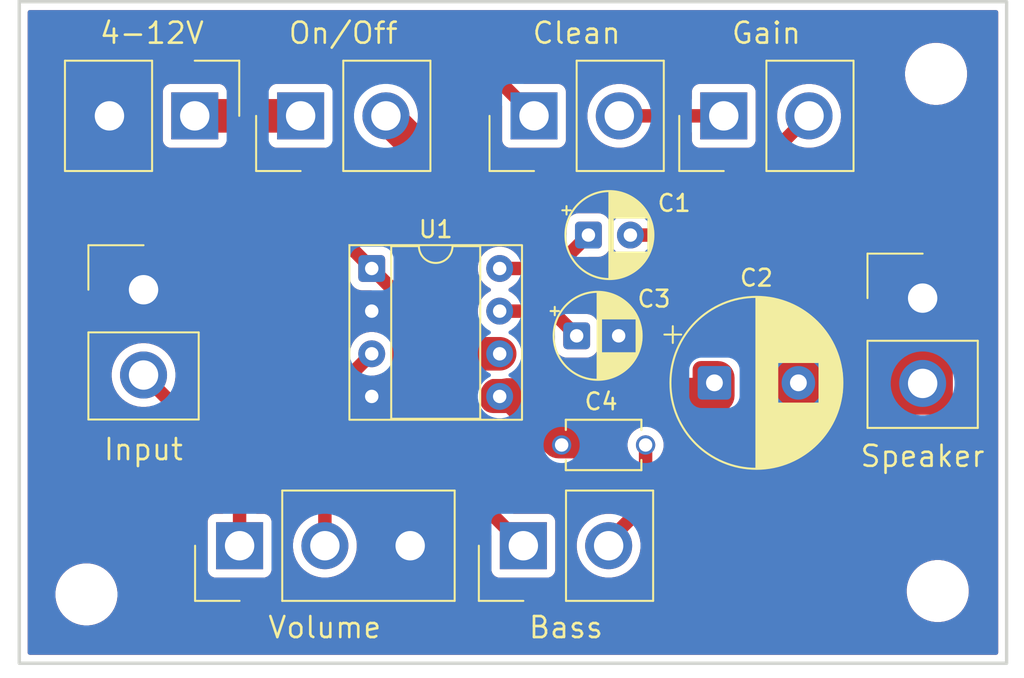
<source format=kicad_pcb>
(kicad_pcb (version 20241229) (generator "pcbnew") (generator_version "9.0")
  (title_block (title "HogAmp by Tyler Ramsawak") (date "2025-11-30"))
  (layers (0 "F.Cu" signal) (2 "B.Cu" signal) (13 "F.Paste" user) (15 "B.Paste" user) (5 "F.SilkS" user "F.Silkscreen") (7 "B.SilkS" user "B.Silkscreen") (1 "F.Mask" user) (3 "B.Mask" user) (25 "Edge.Cuts" user))
  (net 0 "")
  (net 1 "GND")
  (net 2 "Net-(BT1-+)")
  (net 3 "Net-(J4-Pin_2)")
  (net 4 "Net-(C1-Pad1)")
  (net 5 "Net-(J6-Pin_2)")
  (net 6 "Net-(C2-Pad1)")
  (net 7 "Net-(U1-BYPASS)")
  (net 8 "Net-(J5-Pin_2)")
  (net 9 "Net-(J2-Pin_2)")
  (net 10 "Net-(J3-Pin_1)")
  (net 11 "Net-(J3-Pin_2)")
  (net 12 "Net-(J7-Pin_2)")
  (net 13 "+9V")
  (footprint "Capacitor_THT:CP_Radial_D10.0mm_P5.00mm" (layer "F.Cu") (at 159.4 143.9)
    (property "Reference" "C2" (at 2.5 -6.25 0) (layer "F.SilkS"))
    (property "Value" "1000uF")
    (pad "1" thru_hole roundrect (at 0 0) (size 2 2) (drill 1) (layers "*.Cu" "*.Mask") (roundrect_rratio 0.125) (net 6 "Net-(C2-Pad1)"))
    (pad "2" thru_hole circle (at 5 0) (size 2 2) (drill 1) (layers "*.Cu" "*.Mask") (net 5 "Net-(J6-Pin_2)"))
  )
  (footprint "MountingHole:MountingHole_3.2mm_M3" (layer "F.Cu") (at 172.6 125.5)
    (property "Reference" "H1" (hide yes))
    (property "Value" "MountingHole")
    (pad "" np_thru_hole circle (at 0 0) (size 3.2 3.2) (drill 3.2) (layers "*.Cu" "*.Mask"))
  )
  (footprint "Connector_Samtec_HPM_THT:Samtec_HPM-02-05-x-S_Straight_1x02_Pitch5.08mm" (layer "F.Cu") (at 148.655 128 90)
    (property "Reference" "J3" (hide yes))
    (property "Value" "Crunch")
    (pad "1" thru_hole rect (at 0 0 90) (size 2.8 2.8) (drill 1.75) (layers "*.Cu" "*.Mask") (net 10 "Net-(J3-Pin_1)"))
    (pad "2" thru_hole circle (at 0 5.08 90) (size 2.8 2.8) (drill 1.75) (layers "*.Cu" "*.Mask") (net 11 "Net-(J3-Pin_2)"))
  )
  (footprint "Connector_Samtec_HPM_THT:Samtec_HPM-02-05-x-S_Straight_1x02_Pitch5.08mm" (layer "F.Cu") (at 128.449613 128 -90)
    (property "Reference" "BT1" (hide yes))
    (property "Value" "9V")
    (pad "1" thru_hole rect (at 0 0 270) (size 2.8 2.8) (drill 1.75) (layers "*.Cu" "*.Mask") (net 2 "Net-(BT1-+)"))
    (pad "2" thru_hole circle (at 0 5.08 270) (size 2.8 2.8) (drill 1.75) (layers "*.Cu" "*.Mask") (net 1 "GND"))
  )
  (footprint "Connector_Samtec_HPM_THT:Samtec_HPM-03-01-x-S_Straight_1x03_Pitch5.08mm" (layer "F.Cu") (at 131.12 153.6 90)
    (property "Reference" "J7" (hide yes))
    (property "Value" "Volume")
    (pad "1" thru_hole rect (at 0 0 90) (size 2.8 2.8) (drill 1.75) (layers "*.Cu" "*.Mask") (net 9 "Net-(J2-Pin_2)"))
    (pad "2" thru_hole circle (at 0 5.08 90) (size 2.8 2.8) (drill 1.75) (layers "*.Cu" "*.Mask") (net 12 "Net-(J7-Pin_2)"))
    (pad "3" thru_hole circle (at 0 10.16 90) (size 2.8 2.8) (drill 1.75) (layers "*.Cu" "*.Mask") (net 1 "GND"))
  )
  (footprint "MountingHole:MountingHole_3.2mm_M3" (layer "F.Cu") (at 172.7 156.3)
    (property "Reference" "H3" (hide yes))
    (property "Value" "MountingHole")
    (pad "" np_thru_hole circle (at 0 0) (size 3.2 3.2) (drill 3.2) (layers "*.Cu" "*.Mask"))
  )
  (footprint "Connector_Samtec_HPM_THT:Samtec_HPM-02-05-x-S_Straight_1x02_Pitch5.08mm" (layer "F.Cu") (at 148.02 153.6 90)
    (property "Reference" "J5" (hide yes))
    (property "Value" "Bass")
    (pad "1" thru_hole rect (at 0 0 90) (size 2.8 2.8) (drill 1.75) (layers "*.Cu" "*.Mask") (net 10 "Net-(J3-Pin_1)"))
    (pad "2" thru_hole circle (at 0 5.08 90) (size 2.8 2.8) (drill 1.75) (layers "*.Cu" "*.Mask") (net 8 "Net-(J5-Pin_2)"))
  )
  (footprint "Connector_Samtec_HPM_THT:Samtec_HPM-02-05-x-S_Straight_1x02_Pitch5.08mm" (layer "F.Cu") (at 134.755 128 90)
    (property "Reference" "J1" (hide yes))
    (property "Value" "Power")
    (pad "1" thru_hole rect (at 0 0 90) (size 2.8 2.8) (drill 1.75) (layers "*.Cu" "*.Mask") (net 2 "Net-(BT1-+)"))
    (pad "2" thru_hole circle (at 0 5.08 90) (size 2.8 2.8) (drill 1.75) (layers "*.Cu" "*.Mask") (net 13 "+9V"))
  )
  (footprint "Capacitor_THT:CP_Radial_D5.0mm_P2.50mm" (layer "F.Cu") (at 151.194888 141.1)
    (property "Reference" "C3" (at 4.605112 -2.2 0) (layer "F.SilkS"))
    (property "Value" "10uF")
    (pad "1" thru_hole roundrect (at 0 0) (size 1.6 1.6) (drill 0.8) (layers "*.Cu" "*.Mask") (roundrect_rratio 0.15625) (net 7 "Net-(U1-BYPASS)"))
    (pad "2" thru_hole circle (at 2.5 0) (size 1.6 1.6) (drill 0.8) (layers "*.Cu" "*.Mask") (net 1 "GND"))
  )
  (footprint "Connector_Samtec_HPM_THT:Samtec_HPM-02-05-x-S_Straight_1x02_Pitch5.08mm" (layer "F.Cu") (at 171.8 138.855)
    (property "Reference" "J6" (hide yes))
    (property "Value" "Speaker")
    (pad "1" thru_hole rect (at 0 0) (size 2.8 2.8) (drill 1.75) (layers "*.Cu" "*.Mask") (net 1 "GND"))
    (pad "2" thru_hole circle (at 0 5.08) (size 2.8 2.8) (drill 1.75) (layers "*.Cu" "*.Mask") (net 5 "Net-(J6-Pin_2)"))
  )
  (footprint "Capacitor_THT:CP_Radial_D5.0mm_P2.50mm" (layer "F.Cu") (at 151.894888 135.1)
    (property "Reference" "C1" (at 5.105112 -1.9 0) (layer "F.SilkS"))
    (property "Value" "10uF")
    (pad "1" thru_hole roundrect (at 0 0) (size 1.6 1.6) (drill 0.8) (layers "*.Cu" "*.Mask") (roundrect_rratio 0.15625) (net 4 "Net-(C1-Pad1)"))
    (pad "2" thru_hole circle (at 2.5 0) (size 1.6 1.6) (drill 0.8) (layers "*.Cu" "*.Mask") (net 3 "Net-(J4-Pin_2)"))
  )
  (footprint "Package_DIP:DIP-8_W7.62mm_Socket" (layer "F.Cu") (at 138.99 137.09)
    (property "Reference" "U1" (at 3.81 -2.33 0) (layer "F.SilkS"))
    (property "Value" "LM386")
    (pad "1" thru_hole roundrect (at 0 0) (size 1.6 1.6) (drill 0.8) (layers "*.Cu" "*.Mask") (roundrect_rratio 0.15625) (net 10 "Net-(J3-Pin_1)"))
    (pad "2" thru_hole circle (at 0 2.54) (size 1.6 1.6) (drill 0.8) (layers "*.Cu" "*.Mask") (net 1 "GND"))
    (pad "3" thru_hole circle (at 0 5.08) (size 1.6 1.6) (drill 0.8) (layers "*.Cu" "*.Mask") (net 12 "Net-(J7-Pin_2)"))
    (pad "4" thru_hole circle (at 0 7.62) (size 1.6 1.6) (drill 0.8) (layers "*.Cu" "*.Mask") (net 1 "GND"))
    (pad "5" thru_hole circle (at 7.62 7.62) (size 1.6 1.6) (drill 0.8) (layers "*.Cu" "*.Mask") (net 6 "Net-(C2-Pad1)"))
    (pad "6" thru_hole circle (at 7.62 5.08) (size 1.6 1.6) (drill 0.8) (layers "*.Cu" "*.Mask") (net 13 "+9V"))
    (pad "7" thru_hole circle (at 7.62 2.54) (size 1.6 1.6) (drill 0.8) (layers "*.Cu" "*.Mask") (net 7 "Net-(U1-BYPASS)"))
    (pad "8" thru_hole circle (at 7.62 0) (size 1.6 1.6) (drill 0.8) (layers "*.Cu" "*.Mask") (net 4 "Net-(C1-Pad1)"))
  )
  (footprint "Connector_Samtec_HPM_THT:Samtec_HPM-02-05-x-S_Straight_1x02_Pitch5.08mm" (layer "F.Cu") (at 159.955 128 90)
    (property "Reference" "J4" (hide yes))
    (property "Value" "Gain")
    (pad "1" thru_hole rect (at 0 0 90) (size 2.8 2.8) (drill 1.75) (layers "*.Cu" "*.Mask") (net 11 "Net-(J3-Pin_2)"))
    (pad "2" thru_hole circle (at 0 5.08 90) (size 2.8 2.8) (drill 1.75) (layers "*.Cu" "*.Mask") (net 3 "Net-(J4-Pin_2)"))
  )
  (footprint "hogamp:CAPRB500W50L450T300H550" (layer "F.Cu") (at 152.8 147.6)
    (property "Reference" "C4" (at -0.15 -2.585 0) (layer "F.SilkS"))
    (property "Value" "330nF")
    (pad "1" thru_hole circle (at -2.5 0) (size 1.15 1.15) (drill 0.8) (layers "*.Cu" "*.Mask") (net 6 "Net-(C2-Pad1)"))
    (pad "2" thru_hole circle (at 2.5 0) (size 1.15 1.15) (drill 0.8) (layers "*.Cu" "*.Mask") (net 8 "Net-(J5-Pin_2)"))
  )
  (footprint "Connector_Samtec_HPM_THT:Samtec_HPM-02-05-x-S_Straight_1x02_Pitch5.08mm" (layer "F.Cu") (at 125.4 138.355)
    (property "Reference" "J2" (hide yes))
    (property "Value" "Jack")
    (pad "1" thru_hole rect (at 0 0) (size 2.8 2.8) (drill 1.75) (layers "*.Cu" "*.Mask") (net 1 "GND"))
    (pad "2" thru_hole circle (at 0 5.08) (size 2.8 2.8) (drill 1.75) (layers "*.Cu" "*.Mask") (net 9 "Net-(J2-Pin_2)"))
  )
  (footprint "MountingHole:MountingHole_3.2mm_M3" (layer "F.Cu") (at 122 156.5)
    (property "Reference" "H2" (hide yes))
    (property "Value" "MountingHole")
    (pad "" np_thru_hole circle (at 0 0) (size 3.2 3.2) (drill 3.2) (layers "*.Cu" "*.Mask"))
  )
  (gr_rect (start 118 121.2) (end 176.8 160.6) (stroke (width 0.2)) (fill no) (layer "Edge.Cuts"))
  (gr_text "On/Off" (at 133.946577 123.8 0) (layer "F.SilkS") (effects (font (size 1.25 1.25) (thickness 0.15625)) (justify left bottom)))
  (gr_text "Bass" (at 148.253244 159.2 0) (layer "F.SilkS") (effects (font (size 1.25 1.25) (thickness 0.15625)) (justify left bottom)))
  (gr_text "Gain" (at 160.337054 123.8 0) (layer "F.SilkS") (effects (font (size 1.25 1.25) (thickness 0.15625)) (justify left bottom)))
  (gr_text "4-12V" (at 122.7 123.8 0) (layer "F.SilkS") (effects (font (size 1.25 1.25) (thickness 0.15625)) (justify left bottom)))
  (gr_text "Volume" (at 132.72753 159.2 0) (layer "F.SilkS") (effects (font (size 1.25 1.25) (thickness 0.15625)) (justify left bottom)))
  (gr_text "Input" (at 122.939435 148.6 0) (layer "F.SilkS") (effects (font (size 1.25 1.25) (thickness 0.15625)) (justify left bottom)))
  (gr_text "Clean" (at 148.471578 123.8 0) (layer "F.SilkS") (effects (font (size 1.25 1.25) (thickness 0.15625)) (justify left bottom)))
  (gr_text "Speaker" (at 168.000149 149 0) (layer "F.SilkS") (effects (font (size 1.25 1.25) (thickness 0.15625)) (justify left bottom)))
  (segment (start 128.345 128) (end 134.755 128) (width 2) (layer "F.Cu") (net 2))
  (segment (start 157.935 135.1) (end 165.035 128) (width 0.8) (layer "F.Cu") (net 3))
  (segment (start 154.394888 135.1) (end 157.935 135.1) (width 0.8) (layer "F.Cu") (net 3))
  (segment (start 149.904888 137.09) (end 151.894888 135.1) (width 0.8) (layer "F.Cu") (net 4))
  (segment (start 146.61 137.09) (end 149.904888 137.09) (width 0.8) (layer "F.Cu") (net 4))
  (segment (start 171.765 143.9) (end 171.8 143.935) (width 0.2) (layer "F.Cu") (net 5))
  (segment (start 150.5 147.4) (end 150.3 147.6) (width 0.2) (layer "F.Cu") (net 6))
  (segment (start 146.61 139.63) (end 149.724888 139.63) (width 0.8) (layer "F.Cu") (net 7))
  (segment (start 149.724888 139.63) (end 151.194888 141.1) (width 0.8) (layer "F.Cu") (net 7))
  (segment (start 153.1 153.3) (end 155.3 151.1) (width 0.8) (layer "F.Cu") (net 8))
  (segment (start 155.3 151.1) (end 155.3 147.6) (width 0.8) (layer "F.Cu") (net 8))
  (segment (start 153.1 153.6) (end 153.1 153.3) (width 0.8) (layer "F.Cu") (net 8))
  (segment (start 131.12 149.155) (end 131.12 153.6) (width 0.8) (layer "F.Cu") (net 9))
  (segment (start 125.4 143.435) (end 131.12 149.155) (width 0.8) (layer "F.Cu") (net 9))
  (segment (start 145.955 125.3) (end 148.655 128) (width 0.8) (layer "F.Cu") (net 10))
  (segment (start 139 125.3) (end 145.955 125.3) (width 0.8) (layer "F.Cu") (net 10))
  (segment (start 140.6 146.18) (end 148.02 153.6) (width 0.8) (layer "F.Cu") (net 10))
  (segment (start 138.99 137.09) (end 140.6 138.7) (width 0.8) (layer "F.Cu") (net 10))
  (segment (start 147.7 153.6) (end 148.02 153.6) (width 0.2) (layer "F.Cu") (net 10))
  (segment (start 137.2 135.3) (end 137.2 127.1) (width 0.8) (layer "F.Cu") (net 10))
  (segment (start 140.6 138.7) (end 140.6 146.18) (width 0.8) (layer "F.Cu") (net 10))
  (segment (start 138.99 137.09) (end 137.2 135.3) (width 0.8) (layer "F.Cu") (net 10))
  (segment (start 137.2 127.1) (end 139 125.3) (width 0.8) (layer "F.Cu") (net 10))
  (segment (start 159.955 128) (end 153.735 128) (width 0.8) (layer "F.Cu") (net 11))
  (segment (start 136.2 144.96) (end 136.2 153.6) (width 0.8) (layer "F.Cu") (net 12))
  (segment (start 138.99 142.17) (end 136.2 144.96) (width 0.8) (layer "F.Cu") (net 12))
  (segment (start 145.27 142.17) (end 146.61 142.17) (width 2) (layer "F.Cu") (net 13))
  (segment (start 142.701 130.866) (end 142.701 139.601) (width 2) (layer "F.Cu") (net 13))
  (segment (start 142.701 139.601) (end 145.27 142.17) (width 2) (layer "F.Cu") (net 13))
  (segment (start 139.835 128) (end 142.701 130.866) (width 2) (layer "F.Cu") (net 13))
  (zone (net 6) (net_name "Net-(C2-Pad1)") (layer "F.Cu") (priority 3) (connect_pads yes (clearance 0.5)) (min_thickness 0.25) (fill yes (thermal_gap 0.5) (thermal_bridge_width 0.5) (smoothing fillet) (radius 1))
    (polygon (pts (xy 160.6 145.1) (xy 160.6 142.6) (xy 158.1 142.6) (xy 158.1 143.6) (xy 145.5 143.628) (xy 145.4 145.7) (xy 147 145.7) (xy 149.7 148.4) (xy 152.4 148.4) (xy 152.4 146.5) (xy 153.2 145.85) (xy 159.8 145.85)))
  )
  (zone (net 5) (net_name "Net-(J6-Pin_2)") (layer "F.Cu") (priority 3) (connect_pads yes (clearance 0.5)) (min_thickness 0.25) (fill yes (thermal_gap 0.5) (thermal_bridge_width 0.5) (smoothing fillet) (radius 1))
    (polygon (pts (xy 163 141.9) (xy 173.6 141.9) (xy 173.6 145.8) (xy 163 145.8)))
  )
  (zone (net 1) (net_name "GND") (layers "F.Cu" "B.Cu") (priority 2) (connect_pads yes (clearance 0.5)) (min_thickness 0.25) (fill yes (thermal_gap 0.5) (thermal_bridge_width 0.5) (smoothing fillet) (radius 1))
    (polygon (pts (xy 118 160.6) (xy 118 121.2) (xy 176.8 121.2) (xy 176.8 160.5)))
  )
)
</source>
